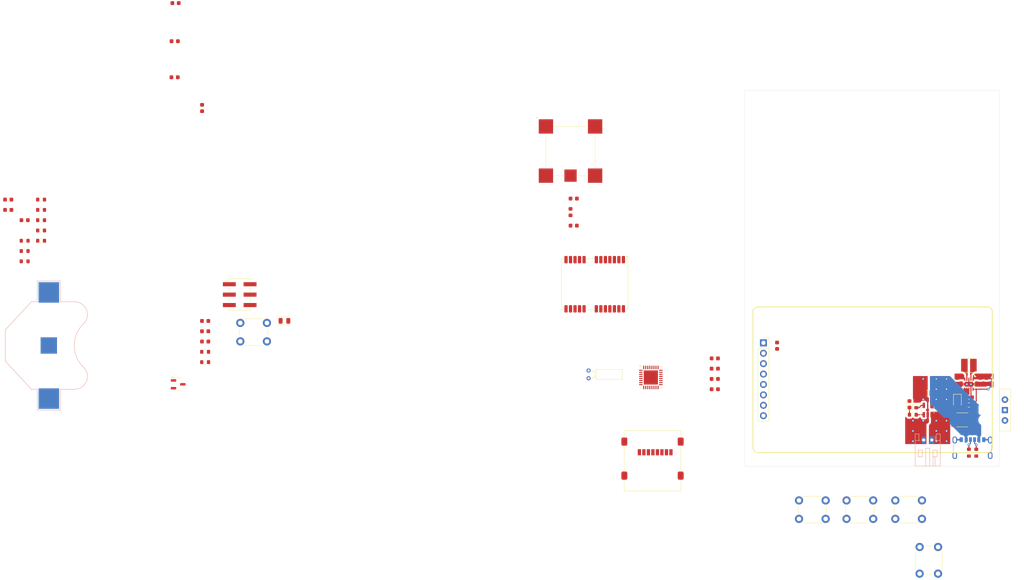
<source format=kicad_pcb>
(kicad_pcb (version 20240108) (generator "pcbnew") (generator_version "8.0")
  (title_block (title "Golf GPS") (date "2025-06-26") (rev "0") (company "B. Kuhn"))
  (layers (0 "F.Cu" signal) (1 "In1.Cu" signal) (2 "In2.Cu" signal) (31 "B.Cu" signal) (34 "B.Paste" user) (35 "F.Paste" user) (36 "B.SilkS" user "B.Silkscreen") (37 "F.SilkS" user "F.Silkscreen") (38 "B.Mask" user) (39 "F.Mask" user) (44 "Edge.Cuts" user))
  (net 0 "")
  (net 1 "Net-(AE1-A)")
  (net 2 "Net-(BT1-+)")
  (net 3 "GND")
  (net 4 "VBAT")
  (net 5 "/Power/V_USB")
  (net 6 "+3V3")
  (net 7 "Net-(SW1-A)")
  (net 8 "Net-(U2-EN)")
  (net 9 "/Microcontroller/NRST")
  (net 10 "Net-(U3-PC14)")
  (net 11 "Net-(U3-PC15)")
  (net 12 "Net-(U4-RF_IN)")
  (net 13 "/Microcontroller/BOOT")
  (net 14 "/Microcontroller/BTN_1")
  (net 15 "/Microcontroller/BTN_2")
  (net 16 "/Microcontroller/BTN_3")
  (net 17 "V_BCKP")
  (net 18 "Net-(D3-A)")
  (net 19 "Net-(D4-A)")
  (net 20 "Net-(SW1-B)")
  (net 21 "Net-(U4-VCC_RF)")
  (net 22 "Net-(J1-CC2)")
  (net 23 "Net-(J1-CC1)")
  (net 24 "/Microcontroller/SWCLK")
  (net 25 "/Microcontroller/SWDIO")
  (net 27 "/Microcontroller/SPI_MISO")
  (net 29 "/Microcontroller/SD_CS")
  (net 30 "/Microcontroller/SPI_SCK")
  (net 31 "/Microcontroller/SPI_MOSI")
  (net 32 "/Microcontroller/LCD_DC")
  (net 33 "/Microcontroller/LCD_CS")
  (net 34 "Net-(U2-L2)")
  (net 35 "Net-(U2-L1)")
  (net 36 "Net-(U1-STAT)")
  (net 37 "Net-(U1-PROG)")
  (net 38 "Net-(U3-PB3)")
  (net 39 "Net-(U4-~{RESET})")
  (net 45 "/Microcontroller/GPS_PPS")
  (net 46 "/Microcontroller/GPS_TX")
  (net 48 "/Microcontroller/GPS_RX")
  (net 62 "Net-(D2-K)")
  (footprint "Capacitor_SMD:C_0603_1608Metric" (layer "F.Cu") (at 66.145 98.97)
    (property "Reference" "C12" (hide yes))
    (property "Value" "TBD")
    (pad "1" smd roundrect (at -0.775 0) (size 0.9 0.95) (layers "F.Cu" "F.Paste" "F.Mask") (net 10 "Net-(U3-PC14)"))
    (pad "2" smd roundrect (at 0.775 0) (size 0.9 0.95) (layers "F.Cu" "F.Paste" "F.Mask") (net 3 "GND"))
  )
  (footprint "Button_Switch_THT:SW_PUSH_6mm_H4.3mm" (layer "F.Cu") (at 244.98 151.615 -90)
    (property "Reference" "SW3" (hide yes))
    (property "Value" "BOOT")
    (pad "1" thru_hole circle (at 0 0) (size 2 2) (drill 1.1) (layers "*.Cu" "*.Mask") (net 13 "/Microcontroller/BOOT"))
    (pad "1" thru_hole circle (at 6.5 0) (size 2 2) (drill 1.1) (layers "*.Cu" "*.Mask") (net 13 "/Microcontroller/BOOT"))
    (pad "2" thru_hole circle (at 0 4.5) (size 2 2) (drill 1.1) (layers "*.Cu" "*.Mask") (net 3 "GND"))
    (pad "2" thru_hole circle (at 6.5 4.5) (size 2 2) (drill 1.1) (layers "*.Cu" "*.Mask") (net 3 "GND"))
  )
  (footprint "Button_Switch_THT:SW_PUSH_6mm_H4.3mm" (layer "F.Cu") (at 222.65 140.25)
    (property "Reference" "SW5" (hide yes))
    (property "Value" "BTN_2")
    (pad "1" thru_hole circle (at 0 0 90) (size 2 2) (drill 1.1) (layers "*.Cu" "*.Mask") (net 15 "/Microcontroller/BTN_2"))
    (pad "1" thru_hole circle (at 6.5 0 90) (size 2 2) (drill 1.1) (layers "*.Cu" "*.Mask") (net 15 "/Microcontroller/BTN_2"))
    (pad "2" thru_hole circle (at 0 4.5 90) (size 2 2) (drill 1.1) (layers "*.Cu" "*.Mask") (net 3 "GND"))
    (pad "2" thru_hole circle (at 6.5 4.5 90) (size 2 2) (drill 1.1) (layers "*.Cu" "*.Mask") (net 3 "GND"))
  )
  (footprint "Capacitor_SMD:C_0603_1608Metric" (layer "F.Cu") (at 252.5 115.1 180)
    (property "Reference" "C6" (hide yes))
    (property "Value" "100n")
    (pad "1" smd roundrect (at -0.775 0 180) (size 0.9 0.95) (layers "F.Cu" "F.Paste" "F.Mask") (net 3 "GND"))
    (pad "2" smd roundrect (at 0.775 0 180) (size 0.9 0.95) (layers "F.Cu" "F.Paste" "F.Mask") (net 8 "Net-(U2-EN)"))
  )
  (footprint "Capacitor_SMD:C_0805_2012Metric" (layer "F.Cu") (at 242.45 122.3 180)
    (property "Reference" "C2" (hide yes))
    (property "Value" "10u")
    (pad "1" smd roundrect (at -0.95 0 180) (size 1 1.45) (layers "F.Cu" "F.Paste" "F.Mask") (net 4 "VBAT"))
    (pad "2" smd roundrect (at 0.95 0 180) (size 1 1.45) (layers "F.Cu" "F.Paste" "F.Mask") (net 3 "GND"))
  )
  (footprint "Button_Switch_THT:SW_PUSH_6mm_H4.3mm" (layer "F.Cu") (at 211.05 140.25)
    (property "Reference" "SW4" (hide yes))
    (property "Value" "BTN_1")
    (pad "1" thru_hole circle (at 0 0 90) (size 2 2) (drill 1.1) (layers "*.Cu" "*.Mask") (net 14 "/Microcontroller/BTN_1"))
    (pad "1" thru_hole circle (at 6.5 0 90) (size 2 2) (drill 1.1) (layers "*.Cu" "*.Mask") (net 14 "/Microcontroller/BTN_1"))
    (pad "2" thru_hole circle (at 0 4.5 90) (size 2 2) (drill 1.1) (layers "*.Cu" "*.Mask") (net 3 "GND"))
    (pad "2" thru_hole circle (at 6.5 4.5 90) (size 2 2) (drill 1.1) (layers "*.Cu" "*.Mask") (net 3 "GND"))
  )
  (footprint "Resistor_SMD:R_0603_1608Metric" (layer "F.Cu") (at 22.105 81.91)
    (property "Reference" "R10" (hide yes))
    (property "Value" "10k")
    (pad "1" smd roundrect (at -0.825 0) (size 0.8 0.95) (layers "F.Cu" "F.Paste" "F.Mask") (net 6 "+3V3"))
    (pad "2" smd roundrect (at 0.825 0) (size 0.8 0.95) (layers "F.Cu" "F.Paste" "F.Mask") (net 27 "/Microcontroller/SPI_MISO"))
  )
  (footprint "Package_DFN_QFN:QFN-32-1EP_5x5mm_P0.5mm_EP3.45x3.45mm" (layer "F.Cu") (at 174.9 110.25)
    (property "Reference" "U3" (hide yes))
    (property "Value" "STM32L432KCU6")
    (pad "1" smd roundrect (at -2.4375 -1.75) (size 0.875 0.25) (layers "F.Cu" "F.Paste" "F.Mask") (net 6 "+3V3"))
    (pad "2" smd roundrect (at -2.4375 -1.25) (size 0.875 0.25) (layers "F.Cu" "F.Paste" "F.Mask") (net 10 "Net-(U3-PC14)"))
    (pad "3" smd roundrect (at -2.4375 -0.75) (size 0.875 0.25) (layers "F.Cu" "F.Paste" "F.Mask") (net 11 "Net-(U3-PC15)"))
    (pad "4" smd roundrect (at -2.4375 -0.25) (size 0.875 0.25) (layers "F.Cu" "F.Paste" "F.Mask") (net 9 "/Microcontroller/NRST"))
    (pad "5" smd roundrect (at -2.4375 0.25) (size 0.875 0.25) (layers "F.Cu" "F.Paste" "F.Mask") (net 6 "+3V3"))
    (pad "6" smd roundrect (at -2.4375 0.75) (size 0.875 0.25) (layers "F.Cu" "F.Paste" "F.Mask") (net 14 "/Microcontroller/BTN_1"))
    (pad "7" smd roundrect (at -2.4375 1.25) (size 0.875 0.25) (layers "F.Cu" "F.Paste" "F.Mask") (net 15 "/Microcontroller/BTN_2"))
    (pad "8" smd roundrect (at -2.4375 1.75) (size 0.875 0.25) (layers "F.Cu" "F.Paste" "F.Mask"))
    (pad "9" smd roundrect (at -1.75 2.4375) (size 0.25 0.875) (layers "F.Cu" "F.Paste" "F.Mask") (net 16 "/Microcontroller/BTN_3"))
    (pad "10" smd roundrect (at -1.25 2.4375) (size 0.25 0.875) (layers "F.Cu" "F.Paste" "F.Mask") (net 45 "/Microcontroller/GPS_PPS"))
    (pad "11" smd roundrect (at -0.75 2.4375) (size 0.25 0.875) (layers "F.Cu" "F.Paste" "F.Mask") (net 30 "/Microcontroller/SPI_SCK"))
    (pad "12" smd roundrect (at -0.25 2.4375) (size 0.25 0.875) (layers "F.Cu" "F.Paste" "F.Mask") (net 27 "/Microcontroller/SPI_MISO"))
    (pad "13" smd roundrect (at 0.25 2.4375) (size 0.25 0.875) (layers "F.Cu" "F.Paste" "F.Mask") (net 31 "/Microcontroller/SPI_MOSI"))
    (pad "14" smd roundrect (at 0.75 2.4375) (size 0.25 0.875) (layers "F.Cu" "F.Paste" "F.Mask"))
    (pad "15" smd roundrect (at 1.25 2.4375) (size 0.25 0.875) (layers "F.Cu" "F.Paste" "F.Mask") (net 32 "/Microcontroller/LCD_DC"))
    (pad "16" smd roundrect (at 1.75 2.4375) (size 0.25 0.875) (layers "F.Cu" "F.Paste" "F.Mask") (net 3 "GND"))
    (pad "17" smd roundrect (at 2.4375 1.75) (size 0.875 0.25) (layers "F.Cu" "F.Paste" "F.Mask") (net 6 "+3V3"))
    (pad "18" smd roundrect (at 2.4375 1.25) (size 0.875 0.25) (layers "F.Cu" "F.Paste" "F.Mask") (net 29 "/Microcontroller/SD_CS"))
    (pad "19" smd roundrect (at 2.4375 0.75) (size 0.875 0.25) (layers "F.Cu" "F.Paste" "F.Mask") (net 48 "/Microcontroller/GPS_RX"))
    (pad "20" smd roundrect (at 2.4375 0.25) (size 0.875 0.25) (layers "F.Cu" "F.Paste" "F.Mask") (net 46 "/Microcontroller/GPS_TX"))
    (pad "21" smd roundrect (at 2.4375 -0.25) (size 0.875 0.25) (layers "F.Cu" "F.Paste" "F.Mask") (net 33 "/Microcontroller/LCD_CS"))
    (pad "22" smd roundrect (at 2.4375 -0.75) (size 0.875 0.25) (layers "F.Cu" "F.Paste" "F.Mask"))
    (pad "23" smd roundrect (at 2.4375 -1.25) (size 0.875 0.25) (layers "F.Cu" "F.Paste" "F.Mask") (net 25 "/Microcontroller/SWDIO"))
    (pad "24" smd roundrect (at 2.4375 -1.75) (size 0.875 0.25) (layers "F.Cu" "F.Paste" "F.Mask") (net 24 "/Microcontroller/SWCLK"))
    (pad "25" smd roundrect (at 1.75 -2.4375) (size 0.25 0.875) (layers "F.Cu" "F.Paste" "F.Mask"))
    (pad "26" smd roundrect (at 1.25 -2.4375) (size 0.25 0.875) (layers "F.Cu" "F.Paste" "F.Mask") (net 38 "Net-(U3-PB3)"))
    (pad "27" smd roundrect (at 0.75 -2.4375) (size 0.25 0.875) (layers "F.Cu" "F.Paste" "F.Mask"))
    (pad "28" smd roundrect (at 0.25 -2.4375) (size 0.25 0.875) (layers "F.Cu" "F.Paste" "F.Mask"))
    (pad "29" smd roundrect (at -0.25 -2.4375) (size 0.25 0.875) (layers "F.Cu" "F.Paste" "F.Mask"))
    (pad "30" smd roundrect (at -0.75 -2.4375) (size 0.25 0.875) (layers "F.Cu" "F.Paste" "F.Mask"))
    (pad "31" smd roundrect (at -1.25 -2.4375) (size 0.25 0.875) (layers "F.Cu" "F.Paste" "F.Mask") (net 13 "/Microcontroller/BOOT"))
    (pad "32" smd roundrect (at -1.75 -2.4375) (size 0.25 0.875) (layers "F.Cu" "F.Paste" "F.Mask") (net 3 "GND"))
    (pad "33" smd rect (at 0 0) (size 3.45 3.45) (property pad_prop_heatsink) (layers "F.Cu" "F.Mask") (net 3 "GND"))
  )
  (footprint "Inductor_SMD:L_0603_1608Metric" (layer "F.Cu") (at 22.105 71.87)
    (property "Reference" "FB1" (hide yes))
    (property "Value" "TBD")
    (pad "1" smd roundrect (at -0.7875 0) (size 0.875 0.95) (layers "F.Cu" "F.Paste" "F.Mask") (net 21 "Net-(U4-VCC_RF)"))
    (pad "2" smd roundrect (at 0.7875 0) (size 0.875 0.95) (layers "F.Cu" "F.Paste" "F.Mask") (net 6 "+3V3"))
  )
  (footprint "Capacitor_SMD:C_0603_1608Metric" (layer "F.Cu") (at 66.145 96.46)
    (property "Reference" "C11" (hide yes))
    (property "Value" "100n")
    (pad "1" smd roundrect (at -0.775 0) (size 0.9 0.95) (layers "F.Cu" "F.Paste" "F.Mask") (net 3 "GND"))
    (pad "2" smd roundrect (at 0.775 0) (size 0.9 0.95) (layers "F.Cu" "F.Paste" "F.Mask") (net 9 "/Microcontroller/NRST"))
  )
  (footprint "Resistor_SMD:R_0603_1608Metric" (layer "F.Cu") (at 66.145 103.99)
    (property "Reference" "R6" (hide yes))
    (property "Value" "10k")
    (pad "1" smd roundrect (at -0.825 0) (size 0.8 0.95) (layers "F.Cu" "F.Paste" "F.Mask") (net 6 "+3V3"))
    (pad "2" smd roundrect (at 0.825 0) (size 0.8 0.95) (layers "F.Cu" "F.Paste" "F.Mask") (net 9 "/Microcontroller/NRST"))
  )
  (footprint "Inductor_SMD:L_Coilcraft_LPS3010" (layer "F.Cu") (at 252.5 107.3 180)
    (property "Reference" "L1" (hide yes))
    (property "Value" "1u5")
    (pad "1" smd custom (at -1.27 0 180) (size 0.76 2.54) (layers "F.Cu" "F.Paste" "F.Mask") (net 34 "Net-(U2-L2)") (options (clearance outline) (anchor rect)) (primitives (gr_poly (pts (xy 0.76 -0.825) (xy 0.38 -0.51) (xy 0.38 0.51) (xy 0.76 0.825) (xy 0.76 1.525) (xy -0.125 1.525) (xy -0.38 1.27) (xy -0.38 -1.27) (xy -0.125 -1.525) (xy 0.76 -1.525)) (width 0) (fill yes))))
    (pad "2" smd custom (at 1.27 0) (size 0.76 2.54) (layers "F.Cu" "F.Paste" "F.Mask") (net 35 "Net-(U2-L1)") (options (clearance outline) (anchor rect)) (primitives (gr_poly (pts (xy 0.76 -0.825) (xy 0.38 -0.51) (xy 0.38 0.51) (xy 0.76 0.825) (xy 0.76 1.525) (xy -0.125 1.525) (xy -0.38 1.27) (xy -0.38 -1.27) (xy -0.125 -1.525) (xy 0.76 -1.525)) (width 0) (fill yes))))
  )
  (footprint "LED_SMD:LED_0805_2012Metric" (layer "F.Cu") (at 249.7 116.0375 -90)
    (property "Reference" "D3" (hide yes))
    (property "Value" "LED_PWR")
    (pad "1" smd roundrect (at -0.9375 0 270) (size 0.975 1.4) (layers "F.Cu" "F.Paste" "F.Mask") (net 3 "GND"))
    (pad "2" smd roundrect (at 0.9375 0 270) (size 0.975 1.4) (layers "F.Cu" "F.Paste" "F.Mask") (net 18 "Net-(D3-A)"))
  )
  (footprint "Capacitor_SMD:C_0603_1608Metric" (layer "F.Cu") (at 256.8 111.125 -90)
    (property "Reference" "C3" (hide yes))
    (property "Value" "10u")
    (pad "1" smd roundrect (at -0.775 0 270) (size 0.9 0.95) (layers "F.Cu" "F.Paste" "F.Mask") (net 6 "+3V3"))
    (pad "2" smd roundrect (at 0.775 0 270) (size 0.9 0.95) (layers "F.Cu" "F.Paste" "F.Mask") (net 3 "GND"))
  )
  (footprint "Capacitor_SMD:C_0603_1608Metric" (layer "F.Cu") (at 190.5 113.12)
    (property "Reference" "C10" (hide yes))
    (property "Value" "100n")
    (pad "1" smd roundrect (at -0.775 0) (size 0.9 0.95) (layers "F.Cu" "F.Paste" "F.Mask") (net 6 "+3V3"))
    (pad "2" smd roundrect (at 0.775 0) (size 0.9 0.95) (layers "F.Cu" "F.Paste" "F.Mask") (net 3 "GND"))
  )
  (footprint "Capacitor_SMD:C_0603_1608Metric" (layer "F.Cu") (at 66.145 101.48)
    (property "Reference" "C13" (hide yes))
    (property "Value" "TBD")
    (pad "1" smd roundrect (at -0.775 0) (size 0.9 0.95) (layers "F.Cu" "F.Paste" "F.Mask") (net 11 "Net-(U3-PC15)"))
    (pad "2" smd roundrect (at 0.775 0) (size 0.9 0.95) (layers "F.Cu" "F.Paste" "F.Mask") (net 3 "GND"))
  )
  (footprint "Capacitor_SMD:C_0603_1608Metric" (layer "F.Cu") (at 18.095 66.85)
    (property "Reference" "C14" (hide yes))
    (property "Value" "100n")
    (pad "1" smd roundrect (at -0.775 0) (size 0.9 0.95) (layers "F.Cu" "F.Paste" "F.Mask") (net 6 "+3V3"))
    (pad "2" smd roundrect (at 0.775 0) (size 0.9 0.95) (layers "F.Cu" "F.Paste" "F.Mask") (net 3 "GND"))
  )
  (footprint "Connector_PinSocket_2.54mm:PinSocket_1x08_P2.54mm_Vertical" (layer "F.Cu") (at 202.37 101.8)
    (property "Reference" "J4" (hide yes))
    (property "Value" "~")
    (pad "1" thru_hole rect (at 0 0) (size 1.7 1.7) (drill 1) (layers "*.Cu" "*.Mask") (net 6 "+3V3"))
    (pad "2" thru_hole oval (at 0 2.54) (size 1.7 1.7) (drill 1) (layers "*.Cu" "*.Mask") (net 33 "/Microcontroller/LCD_CS"))
    (pad "3" thru_hole oval (at 0 5.08) (size 1.7 1.7) (drill 1) (layers "*.Cu" "*.Mask") (net 32 "/Microcontroller/LCD_DC"))
    (pad "4" thru_hole oval (at 0 7.62) (size 1.7 1.7) (drill 1) (layers "*.Cu" "*.Mask") (net 6 "+3V3"))
    (pad "5" thru_hole oval (at 0 10.16) (size 1.7 1.7) (drill 1) (layers "*.Cu" "*.Mask") (net 31 "/Microcontroller/SPI_MOSI"))
    (pad "6" thru_hole oval (at 0 12.7) (size 1.7 1.7) (drill 1) (layers "*.Cu" "*.Mask") (net 30 "/Microcontroller/SPI_SCK"))
    (pad "7" thru_hole oval (at 0 15.24) (size 1.7 1.7) (drill 1) (layers "*.Cu" "*.Mask") (net 6 "+3V3"))
    (pad "8" thru_hole oval (at 0 17.78) (size 1.7 1.7) (drill 1) (layers "*.Cu" "*.Mask") (net 3 "GND"))
  )
  (footprint "Package_SON:WSON-10-1EP_2.5x2.5mm_P0.5mm_EP1.2x2mm" (layer "F.Cu") (at 252.5 111.9 -90)
    (property "Reference" "U2" (hide yes))
    (property "Value" "TPS63031DSKR")
    (pad "1" smd roundrect (at -1.2125 -1 270) (size 0.825 0.25) (layers "F.Cu" "F.Paste" "F.Mask") (net 6 "+3V3"))
    (pad "2" smd roundrect (at -1.2125 -0.5 270) (size 0.825 0.25) (layers "F.Cu" "F.Paste" "F.Mask") (net 34 "Net-(U2-L2)"))
    (pad "3" smd roundrect (at -1.2125 0 270) (size 0.825 0.25) (layers "F.Cu" "F.Paste" "F.Mask") (net 3 "GND"))
    (pad "4" smd roundrect (at -1.2125 0.5 270) (size 0.825 0.25) (layers "F.Cu" "F.Paste" "F.Mask") (net 35 "Net-(U2-L1)"))
    (pad "5" smd roundrect (at -1.2125 1 270) (size 0.825 0.25) (layers "F.Cu" "F.Paste" "F.Mask") (net 7 "Net-(SW1-A)"))
    (pad "6" smd roundrect (at 1.2125 1 270) (size 0.825 0.25) (layers "F.Cu" "F.Paste" "F.Mask") (net 8 "Net-(U2-EN)"))
    (pad "7" smd roundrect (at 1.2125 0.5 270) (size 0.825 0.25) (layers "F.Cu" "F.Paste" "F.Mask") (net 8 "Net-(U2-EN)"))
    (pad "8" smd roundrect (at 1.2125 0 270) (size 0.825 0.25) (layers "F.Cu" "F.Paste" "F.Mask") (net 8 "Net-(U2-EN)"))
    (pad "9" smd roundrect (at 1.2125 -0.5 270) (size 0.825 0.25) (layers "F.Cu" "F.Paste" "F.Mask") (net 3 "GND"))
    (pad "10" smd roundrect (at 1.2125 -1 270) (size 0.825 0.25) (layers "F.Cu" "F.Paste" "F.Mask") (net 6 "+3V3"))
    (pad "11" smd rect (at 0 0 270) (size 1.2 2) (property pad_prop_heatsink) (layers "F.Cu" "F.Mask") (net 3 "GND"))
  )
  (footprint "Capacitor_SMD:C_0603_1608Metric" (layer "F.Cu") (at 156.075 73.2)
    (property "Reference" "C16" (hide yes))
    (property "Value" "TBD")
    (pad "1" smd roundrect (at -0.775 0) (size 0.9 0.95) (layers "F.Cu" "F.Paste" "F.Mask") (net 12 "Net-(U4-RF_IN)"))
    (pad "2" smd roundrect (at 0.775 0) (size 0.9 0.95) (layers "F.Cu" "F.Paste" "F.Mask") (net 3 "GND"))
  )
  (footprint "Resistor_SMD:R_0603_1608Metric" (layer "F.Cu") (at 26.115 74.38)
    (property "Reference" "R14" (hide yes))
    (property "Value" "10k")
    (pad "1" smd roundrect (at -0.825 0) (size 0.8 0.95) (layers "F.Cu" "F.Paste" "F.Mask") (net 15 "/Microcontroller/BTN_2"))
    (pad "2" smd roundrect (at 0.825 0) (size 0.8 0.95) (layers "F.Cu" "F.Paste" "F.Mask") (net 6 "+3V3"))
  )
  (footprint "Crystal:Crystal_DS26_D2.0mm_L6.0mm_Horizontal" (layer "F.Cu") (at 159.7 110.45 90)
    (property "Reference" "Y1" (hide yes))
    (property "Value" "32.768kHz")
    (pad "1" thru_hole circle (at 0 0 90) (size 1 1) (drill 0.5) (layers "*.Cu" "*.Mask") (net 11 "Net-(U3-PC15)"))
    (pad "2" thru_hole circle (at 1.9 0 90) (size 1 1) (drill 0.5) (layers "*.Cu" "*.Mask") (net 10 "Net-(U3-PC14)"))
  )
  (footprint "Resistor_SMD:R_0603_1608Metric" (layer "F.Cu") (at 26.115 66.85)
    (property "Reference" "R11" (hide yes))
    (property "Value" "10k")
    (pad "1" smd roundrect (at -0.825 0) (size 0.8 0.95) (layers "F.Cu" "F.Paste" "F.Mask") (net 39 "Net-(U4-~{RESET})"))
    (pad "2" smd roundrect (at 0.825 0) (size 0.8 0.95) (layers "F.Cu" "F.Paste" "F.Mask") (net 6 "+3V3"))
  )
  (footprint "Resistor_SMD:R_0603_1608Metric" (layer "F.Cu") (at 22.105 79.4)
    (property "Reference" "R9" (hide yes))
    (property "Value" "10k")
    (pad "1" smd roundrect (at -0.825 0) (size 0.8 0.95) (layers "F.Cu" "F.Paste" "F.Mask") (net 6 "+3V3"))
    (pad "2" smd roundrect (at 0.825 0) (size 0.8 0.95) (layers "F.Cu" "F.Paste" "F.Mask") (net 31 "/Microcontroller/SPI_MOSI"))
  )
  (footprint "Library:ANT_GNSSCP-SM12L1_SMD" (layer "F.Cu") (at 155.3 55 90)
    (property "Reference" "AE1" (hide yes))
    (property "Value" "Antenna")
    (pad "1" smd rect (at -6 0 90) (size 3 3) (layers "F.Cu" "F.Paste" "F.Mask") (net 1 "Net-(AE1-A)"))
    (pad "MP" smd rect (at -6 -6 90) (size 3.5 3.5) (layers "F.Cu" "F.Paste" "F.Mask"))
    (pad "MP" smd rect (at -6 6 90) (size 3.5 3.5) (layers "F.Cu" "F.Paste" "F.Mask"))
    (pad "MP" smd rect (at 6 -6 90) (size 3.5 3.5) (layers "F.Cu" "F.Paste" "F.Mask"))
    (pad "MP" smd rect (at 6 6 90) (size 3.5 3.5) (layers "F.Cu" "F.Paste" "F.Mask"))
  )
  (footprint "RF_GPS:ublox_NEO" (layer "F.Cu") (at 161.2 87.5 -90)
    (property "Reference" "U4" (hide yes))
    (property "Value" "NEO-M9N")
    (pad "1" smd roundrect (at -6 -7 270) (size 1.8 0.8) (layers "F.Cu" "F.Paste" "F.Mask") (net 3 "GND"))
    (pad "2" smd roundrect (at -6 -5.9 270) (size 1.8 0.8) (layers "F.Cu" "F.Paste" "F.Mask") (net 3 "GND"))
    (pad "3" smd roundrect (at -6 -4.8 270) (size 1.8 0.8) (layers "F.Cu" "F.Paste" "F.Mask") (net 45 "/Microcontroller/GPS_PPS"))
    (pad "4" smd roundrect (at -6 -3.7 270) (size 1.8 0.8) (layers "F.Cu" "F.Paste" "F.Mask"))
    (pad "5" smd roundrect (at -6 -2.6 270) (size 1.8 0.8) (layers "F.Cu" "F.Paste" "F.Mask"))
    (pad "6" smd roundrect (at -6 -1.5 270) (size 1.8 0.8) (layers "F.Cu" "F.Paste" "F.Mask"))
    (pad "7" smd roundrect (at -6 -0.4 270) (size 1.8 0.8) (layers "F.Cu" "F.Paste" "F.Mask"))
    (pad "8" smd roundrect (at -6 2.6 270) (size 1.8 0.8) (layers "F.Cu" "F.Paste" "F.Mask") (net 39 "Net-(U4-~{RESET})"))
    (pad "9" smd roundrect (at -6 3.7 270) (size 1.8 0.8) (layers "F.Cu" "F.Paste" "F.Mask") (net 21 "Net-(U4-VCC_RF)"))
    (pad "10" smd roundrect (at -6 4.8 270) (size 1.8 0.8) (layers "F.Cu" "F.Paste" "F.Mask") (net 3 "GND"))
    (pad "11" smd roundrect (at -6 5.9 270) (size 1.8 0.8) (layers "F.Cu" "F.Paste" "F.Mask") (net 12 "Net-(U4-RF_IN)"))
    (pad "12" smd roundrect (at -6 7 270) (size 1.8 0.8) (layers "F.Cu" "F.Paste" "F.Mask") (net 3 "GND"))
    (pad "13" smd roundrect (at 6 7 270) (size 1.8 0.8) (layers "F.Cu" "F.Paste" "F.Mask") (net 3 "GND"))
    (pad "14" smd roundrect (at 6 5.9 270) (size 1.8 0.8) (layers "F.Cu" "F.Paste" "F.Mask"))
    (pad "15" smd roundrect (at 6 4.8 270) (size 1.8 0.8) (layers "F.Cu" "F.Paste" "F.Mask"))
    (pad "16" smd roundrect (at 6 3.7 270) (size 1.8 0.8) (layers "F.Cu" "F.Paste" "F.Mask"))
    (pad "17" smd roundrect (at 6 2.6 270) (size 1.8 0.8) (layers "F.Cu" "F.Paste" "F.Mask"))
    (pad "18" smd roundrect (at 6 -0.4 270) (size 1.8 0.8) (layers "F.Cu" "F.Paste" "F.Mask"))
    (pad "19" smd roundrect (at 6 -1.5 270) (size 1.8 0.8) (layers "F.Cu" "F.Paste" "F.Mask"))
    (pad "20" smd roundrect (at 6 -2.6 270) (size 1.8 0.8) (layers "F.Cu" "F.Paste" "F.Mask") (net 48 "/Microcontroller/GPS_RX"))
    (pad "21" smd roundrect (at 6 -3.7 270) (size 1.8 0.8) (layers "F.Cu" "F.Paste" "F.Mask") (net 46 "/Microcontroller/GPS_TX"))
    (pad "22" smd roundrect (at 6 -4.8 270) (size 1.8 0.8) (layers "F.Cu" "F.Paste" "F.Mask") (net 17 "V_BCKP"))
    (pad "23" smd roundrect (at 6 -5.9 270) (size 1.8 0.8) (layers "F.Cu" "F.Paste" "F.Mask") (net 6 "+3V3"))
    (pad "24" smd roundrect (at 6 -7 270) (size 1.8 0.8) (layers "F.Cu" "F.Paste" "F.Mask") (net 3 "GND"))
  )
  (footprint "Resistor_SMD:R_0603_1608Metric" (layer "F.Cu") (at 66.145 106.5)
    (property "Reference" "R7" (hide yes))
    (property "Value" "330R")
    (pad "1" smd roundrect (at -0.825 0) (size 0.8 0.95) (layers "F.Cu" "F.Paste" "F.Mask") (net 38 "Net-(U3-PB3)"))
    (pad "2" smd roundrect (at 0.825 0) (size 0.8 0.95) (layers "F.Cu" "F.Paste" "F.Mask") (net 19 "Net-(D4-A)"))
  )
  (footprint "Resistor_SMD:R_0603_1608Metric" (layer "F.Cu") (at 252.5 128.6 -90)
    (property "Reference" "R3" (hide yes))
    (property "Value" "5k1")
    (pad "1" smd roundrect (at -0.825 0 270) (size 0.8 0.95) (layers "F.Cu" "F.Paste" "F.Mask") (net 22 "Net-(J1-CC2)"))
    (pad "2" smd roundrect (at 0.825 0 270) (size 0.8 0.95) (layers "F.Cu" "F.Paste" "F.Mask") (net 3 "GND"))
  )
  (footprint "Capacitor_SMD:C_0603_1608Metric" (layer "F.Cu") (at 58.925 18.9)
    (property "Reference" "C18" (hide yes))
    (property "Value" "100n")
    (pad "1" smd roundrect (at -0.775 0) (size 0.9 0.95) (layers "F.Cu" "F.Paste" "F.Mask") (net 3 "GND"))
    (pad "2" smd roundrect (at 0.775 0) (size 0.9 0.95) (layers "F.Cu" "F.Paste" "F.Mask") (net 13 "/Microcontroller/BOOT"))
  )
  (footprint "Capacitor_SMD:C_0603_1608Metric" (layer "F.Cu") (at 205.7 102.5 -90)
    (property "Reference" "C22" (hide yes))
    (property "Value" "100n")
    (pad "1" smd roundrect (at -0.775 0 270) (size 0.9 0.95) (layers "F.Cu" "F.Paste" "F.Mask") (net 6 "+3V3"))
    (pad "2" smd roundrect (at 0.775 0 270) (size 0.9 0.95) (layers "F.Cu" "F.Paste" "F.Mask") (net 3 "GND"))
  )
  (footprint "Capacitor_SMD:C_0603_1608Metric" (layer "F.Cu") (at 190.5 105.59)
    (property "Reference" "C7" (hide yes))
    (property "Value" "2u2")
    (pad "1" smd roundrect (at -0.775 0) (size 0.9 0.95) (layers "F.Cu" "F.Paste" "F.Mask") (net 6 "+3V3"))
    (pad "2" smd roundrect (at 0.775 0) (size 0.9 0.95) (layers "F.Cu" "F.Paste" "F.Mask") (net 3 "GND"))
  )
  (footprint "Capacitor_SMD:C_0603_1608Metric" (layer "F.Cu") (at 190.5 110.61)
    (property "Reference" "C9" (hide yes))
    (property "Value" "100n")
    (pad "1" smd roundrect (at -0.775 0) (size 0.9 0.95) (layers "F.Cu" "F.Paste" "F.Mask") (net 6 "+3V3"))
    (pad "2" smd roundrect (at 0.775 0) (size 0.9 0.95) (layers "F.Cu" "F.Paste" "F.Mask") (net 3 "GND"))
  )
  (footprint "Capacitor_SMD:C_0603_1608Metric" (layer "F.Cu") (at 190.5 108.1)
    (property "Reference" "C8" (hide yes))
    (property "Value" "100n")
    (pad "1" smd roundrect (at -0.775 0) (size 0.9 0.95) (layers "F.Cu" "F.Paste" "F.Mask") (net 6 "+3V3"))
    (pad "2" smd roundrect (at 0.775 0) (size 0.9 0.95) (layers "F.Cu" "F.Paste" "F.Mask") (net 3 "GND"))
  )
  (footprint "Resistor_SMD:R_0603_1608Metric" (layer "F.Cu") (at 26.115 69.36)
    (property "Reference" "R12" (hide yes))
    (property "Value" "10k")
    (pad "1" smd roundrect (at -0.825 0) (size 0.8 0.95) (layers "F.Cu" "F.Paste" "F.Mask") (net 6 "+3V3"))
    (pad "2" smd roundrect (at 0.825 0) (size 0.8 0.95) (layers "F.Cu" "F.Paste" "F.Mask") (net 13 "/Microcontroller/BOOT"))
  )
  (footprint "Capacitor_SMD:C_0603_1608Metric" (layer "F.Cu") (at 65.4 44.5 90)
    (property "Reference" "C21" (hide yes))
    (property "Value" "100n")
    (pad "1" smd roundrect (at -0.775 0 90) (size 0.9 0.95) (layers "F.Cu" "F.Paste" "F.Mask") (net 3 "GND"))
    (pad "2" smd roundrect (at 0.775 0 90) (size 0.9 0.95) (layers "F.Cu" "F.Paste" "F.Mask") (net 16 "/Microcontroller/BTN_3"))
  )
  (footprint "Inductor_SMD:L_0603_1608Metric" (layer "F.Cu") (at 155.3 69.9 90)
    (property "Reference" "L2" (hide yes))
    (property "Value" "TBD")
    (pad "1" smd roundrect (at -0.7875 0 90) (size 0.875 0.95) (layers "F.Cu" "F.Paste" "F.Mask") (net 12 "Net-(U4-RF_IN)"))
    (pad "2" smd roundrect (at 0.7875 0 90) (size 0.875 0.95) (layers "F.Cu" "F.Paste" "F.Mask") (net 1 "Net-(AE1-A)"))
  )
  (footprint "Connector_Card:microSD_HC_Molex_47219-2001" (layer "F.Cu") (at 175.305 130.6)
    (property "Reference" "J3" (hide yes))
    (property "Value" "Micro_SD_Card")
    (pad "1" smd rect (at -3.205 -2.1) (size 0.8 1.5) (layers "F.Cu" "F.Paste" "F.Mask"))
    (pad "2" smd rect (at -2.105 -2.1) (size 0.8 1.5) (layers "F.Cu" "F.Paste" "F.Mask") (net 29 "/Microcontroller/SD_CS"))
    (pad "3" smd rect (at -1.005 -2.1) (size 0.8 1.5) (layers "F.Cu" "F.Paste" "F.Mask") (net 31 "/Microcontroller/SPI_MOSI"))
    (pad "4" smd rect (at 0.095 -2.1) (size 0.8 1.5) (layers "F.Cu" "F.Paste" "F.Mask") (net 6 "+3V3"))
    (pad "5" smd rect (at 1.195 -2.1) (size 0.8 1.5) (layers "F.Cu" "F.Paste" "F.Mask") (net 30 "/Microcontroller/SPI_SCK"))
    (pad "6" smd rect (at 2.295 -2.1) (size 0.8 1.5) (layers "F.Cu" "F.Paste" "F.Mask") (net 3 "GND"))
    (pad "7" smd rect (at 3.395 -2.1) (size 0.8 1.5) (layers "F.Cu" "F.Paste" "F.Mask") (net 27 "/Microcontroller/SPI_MISO"))
    (pad "8" smd rect (at 4.495 -2.1) (size 0.8 1.5) (layers "F.Cu" "F.Paste" "F.Mask"))
    (pad "9" smd roundrect (at -6.875 -4.7) (size 1.45 2) (layers "F.Cu" "F.Paste" "F.Mask") (net 3 "GND"))
    (pad "9" smd roundrect (at -6.875 3.6) (size 1.45 2) (layers "F.Cu" "F.Paste" "F.Mask") (net 3 "GND"))
    (pad "9" smd roundrect (at 6.875 -4.7) (size 1.45 2) (layers "F.Cu" "F.Paste" "F.Mask") (net 3 "GND"))
    (pad "9" smd roundrect (at 6.875 3.6) (size 1.45 2) (layers "F.Cu" "F.Paste" "F.Mask") (net 3 "GND"))
  )
  (footprint "Package_TO_SOT_SMD:SOT-23-3" (layer "F.Cu") (at 59.565 111.925)
    (property "Reference" "D1" (hide yes))
    (property "Value" "BAT54C")
    (pad "1" smd roundrect (at -1.1375 -0.95) (size 1.325 0.6) (layers "F.Cu" "F.Paste" "F.Mask") (net 6 "+3V3"))
    (pad "2" smd roundrect (at -1.1375 0.95) (size 1.325 0.6) (layers "F.Cu" "F.Paste" "F.Mask") (net 2 "Net-(BT1-+)"))
    (pad "3" smd roundrect (at 1.1375 0) (size 1.325 0.6) (layers "F.Cu" "F.Paste" "F.Mask") (net 17 "V_BCKP"))
  )
  (footprint "Package_TO_SOT_SMD:SOT-23-5" (layer "F.Cu") (at 242.45 118.2 90)
    (property "Reference" "U1" (hide yes))
    (property "Value" "MCP73831-2-OT")
    (pad "1" smd roundrect (at -1.1375 -0.95 90) (size 1.325 0.6) (layers "F.Cu" "F.Paste" "F.Mask") (net 36 "Net-(U1-STAT)"))
    (pad "2" smd roundrect (at -1.1375 0 90) (size 1.325 0.6) (layers "F.Cu" "F.Paste" "F.Mask") (net 3 "GND"))
    (pad "3" smd roundrect (at -1.1375 0.95 90) (size 1.325 0.6) (layers "F.Cu" "F.Paste" "F.Mask") (net 4 "VBAT"))
    (pad "4" smd roundrect (at 1.1375 0.95 90) (size 1.325 0.6) (layers "F.Cu" "F.Paste" "F.Mask") (net 5 "/Power/V_USB"))
    (pad "5" smd roundrect (at 1.1375 -0.95 90) (size 1.325 0.6) (layers "F.Cu" "F.Paste" "F.Mask") (net 37 "Net-(U1-PROG)"))
  )
  (footprint "Capacitor_SMD:C_0603_1608Metric" (layer "F.Cu") (at 58.725 28.2)
    (property "Reference" "C19" (hide yes))
    (property "Value" "100n")
    (pad "1" smd roundrect (at -0.775 0) (size 0.9 0.95) (layers "F.Cu" "F.Paste" "F.Mask") (net 3 "GND"))
    (pad "2" smd roundrect (at 0.775 0) (size 0.9 0.95) (layers "F.Cu" "F.Paste" "F.Mask") (net 14 "/Microcontroller/BTN_1"))
  )
  (footprint "Resistor_SMD:R_0603_1608Metric" (layer "F.Cu") (at 252.5 116.975 180)
    (property "Reference" "R5" (hide yes))
    (property "Value" "330R")
    (pad "1" smd roundrect (at -0.825 0 180) (size 0.8 0.95) (layers "F.Cu" "F.Paste" "F.Mask") (net 6 "+3V3"))
    (pad "2" smd roundrect (at 0.825 0 180) (size 0.8 0.95) (layers "F.Cu" "F.Paste" "F.Mask") (net 18 "Net-(D3-A)"))
  )
  (footprint "Resistor_SMD:R_0603_1608Metric" (layer "F.Cu") (at 22.105 76.89)
    (property "Reference" "R8" (hide yes))
    (property "Value" "10k")
    (pad "1" smd roundrect (at -0.825 0) (size 0.8 0.95) (layers "F.Cu" "F.Paste" "F.Mask") (net 6 "+3V3"))
    (pad "2" smd roundrect (at 0.825 0) (size 0.8 0.95) (layers "F.Cu" "F.Paste" "F.Mask") (net 29 "/Microcontroller/SD_CS"))
  )
  (footprint "Resistor_SMD:R_0603_1608Metric" (layer "F.Cu") (at 26.115 71.87)
    (property "Reference" "R13" (hide yes))
    (property "Value" "10k")
    (pad "1" smd roundrect (at -0.825 0) (size 0.8 0.95) (layers "F.Cu" "F.Paste" "F.Mask") (net 14 "/Microcontroller/BTN_1"))
    (pad "2" smd roundrect (at 0.825 0) (size 0.8 0.95) (layers "F.Cu" "F.Paste" "F.Mask") (net 6 "+3V3"))
  )
  (footprint "Fuse:Fuse_1812_4532Metric" (layer "F.Cu") (at 250.9 120.6)
    (property "Reference" "F1" (hide yes))
    (property "Value" "500mA")
    (pad "1" smd roundrect (at -2.1375 0) (size 1.125 3.4) (layers "F.Cu" "F.Paste" "F.Mask") (roundrect_rratio 0.222222) (net 4 "VBAT"))
    (pad "2" smd roundrect (at 2.1375 0) (size 1.125 3.4) (layers "F.Cu" "F.Paste" "F.Mask") (roundrect_rratio 0.222222) (net 20 "Net-(SW1-B)"))
  )
  (footprint "Connector_PinHeader_2.54mm:PinHeader_2x03_P2.54mm_Vertical_SMD" (layer "F.Cu") (at 74.575 90.04)
    (property "Reference" "J2" (hide yes))
    (property "Value" "~")
    (pad "1" smd rect (at -2.525 -2.54) (size 3.15 1) (layers "F.Cu" "F.Paste" "F.Mask") (net 6 "+3V3"))
    (pad "2" smd rect (at 2.525 -2.54) (size 3.15 1) (layers "F.Cu" "F.Paste" "F.Mask") (net 25 "/Microcontroller/SWDIO"))
    (pad "3" smd rect (at -2.525 0) (size 3.15 1) (layers "F.Cu" "F.Paste" "F.Mask") (net 3 "GND"))
    (pad "4" smd rect (at 2.525 0) (size 3.15 1) (layers "F.Cu" "F.Paste" "F.Mask") (net 24 "/Microcontroller/SWCLK"))
    (pad "5" smd rect (at -2.525 2.54) (size 3.15 1) (layers "F.Cu" "F.Paste" "F.Mask") (net 3 "GND"))
    (pad "6" smd rect (at 2.525 2.54) (size 3.15 1) (layers "F.Cu" "F.Paste" "F.Mask") (net 9 "/Microcontroller/NRST"))
  )
  (footprint "Capacitor_SMD:C_0603_1608Metric" (layer "F.Cu") (at 156.075 66.6)
    (property "Reference" "C17" (hide yes))
    (property "Value" "TBD")
    (pad "1" smd roundrect (at -0.775 0) (size 0.9 0.95) (layers "F.Cu" "F.Paste" "F.Mask") (net 1 "Net-(AE1-A)"))
    (pad "2" smd roundrect (at 0.775 0) (size 0.9 0.95) (layers "F.Cu" "F.Paste" "F.Mask") (net 3 "GND"))
  )
  (footprint "Capacitor_SMD:C_0603_1608Metric" (layer "F.Cu") (at 249.7 111.125 -90)
    (property "Reference" "C5" (hide yes))
    (property "Value" "10u")
    (pad "1" smd roundrect (at -0.775 0 270) (size 0.9 0.95) (layers "F.Cu" "F.Paste" "F.Mask") (net 7 "Net-(SW1-A)"))
    (pad "2" smd roundrect (at 0.775 0 270) (size 0.9 0.95) (layers "F.Cu" "F.Paste" "F.Mask") (net 3 "GND"))
  )
  (footprint "Resistor_SMD:R_0603_1608Metric" (layer "F.Cu") (at 238.825 119.3375)
    (property "Reference" "R1" (hide yes))
    (property "Value" "470R")
    (pad "1" smd roundrect (at -0.825 0) (size 0.8 0.95) (layers "F.Cu" "F.Paste" "F.Mask") (net 62 "Net-(D2-K)"))
    (pad "2" smd roundrect (at 0.825 0) (size 0.8 0.95) (layers "F.Cu" "F.Paste" "F.Mask") (net 36 "Net-(U1-STAT)"))
  )
  (footprint "Capacitor_SMD:C_0805_2012Metric" (layer "F.Cu") (at 242.45 114.1 180)
    (property "Reference" "C1" (hide yes))
    (property "Value" "10u")
    (pad "1" smd roundrect (at -0.95 0 180) (size 1 1.45) (layers "F.Cu" "F.Paste" "F.Mask") (net 5 "/Power/V_USB"))
    (pad "2" smd roundrect (at 0.95 0 180) (size 1 1.45) (layers "F.Cu" "F.Paste" "F.Mask") (net 3 "GND"))
  )
  (footprint "Resistor_SMD:R_0603_1608Metric" (layer "F.Cu") (at 254.3 128.6 -90)
    (property "Reference" "R4" (hide yes))
    (property "Value" "5k1")
    (pad "1" smd roundrect (at -0.825 0 270) (size 0.8 0.95) (layers "F.Cu" "F.Paste" "F.Mask") (net 23 "Net-(J1-CC1)"))
    (pad "2" smd roundrect (at 0.825 0 270) (size 0.8 0.95) (layers "F.Cu" "F.Paste" "F.Mask") (net 3 "GND"))
  )
  (footprint "Resistor_SMD:R_0603_1608Metric" (layer "F.Cu") (at 239.65 116.8075 -90)
    (property "Reference" "R2" (hide yes))
    (property "Value" "TBD")
    (pad "1" smd roundrect (at -0.825 0 270) (size 0.8 0.95) (layers "F.Cu" "F.Paste" "F.Mask") (net 3 "GND"))
    (pad "2" smd roundrect (at 0.825 0 270) (size 0.8 0.95) (layers "F.Cu" "F.Paste" "F.Mask") (net 37 "Net-(U1-PROG)"))
  )
  (footprint "LED_SMD:LED_0603_1608Metric" (layer "F.Cu") (at 238 116.7875 90)
    (property "Reference" "D2" (hide yes))
    (property "Value" "LED")
    (pad "1" smd roundrect (at -0.7875 0 90) (size 0.875 0.95) (layers "F.Cu" "F.Paste" "F.Mask") (net 62 "Net-(D2-K)"))
    (pad "2" smd roundrect (at 0.7875 0 90) (size 0.875 0.95) (layers "F.Cu" "F.Paste" "F.Mask") (net 5 "/Power/V_USB"))
  )
  (footprint "Capacitor_SMD:C_0603_1608Metric" (layer "F.Cu") (at 255.3 111.125 -90)
    (property "Reference" "C4" (hide yes))
    (property "Value" "10u")
    (pad "1" smd roundrect (at -0.775 0 270) (size 0.9 0.95) (layers "F.Cu" "F.Paste" "F.Mask") (net 6 "+3V3"))
    (pad "2" smd roundrect (at 0.775 0 270) (size 0.9 0.95) (layers "F.Cu" "F.Paste" "F.Mask") (net 3 "GND"))
  )
  (footprint "LED_SMD:LED_0805_2012Metric" (layer "F.Cu") (at 85.495 96.435)
    (property "Reference" "D4" (hide yes))
    (property "Value" "LED_STATUS")
    (pad "1" smd roundrect (at -0.9375 0) (size 0.975 1.4) (layers "F.Cu" "F.Paste" "F.Mask") (net 3 "GND"))
    (pad "2" smd roundrect (at 0.9375 0) (size 0.975 1.4) (layers "F.Cu" "F.Paste" "F.Mask") (net 19 "Net-(D4-A)"))
  )
  (footprint "Button_Switch_THT:SW_PUSH_6mm_H4.3mm" (layer "F.Cu") (at 74.725 96.94)
    (property "Reference" "SW2" (hide yes))
    (property "Value" "RESET")
    (pad "1" thru_hole circle (at 0 0 90) (size 2 2) (drill 1.1) (layers "*.Cu" "*.Mask") (net 9 "/Microcontroller/NRST"))
    (pad "1" thru_hole circle (at 6.5 0 90) (size 2 2) (drill 1.1) (layers "*.Cu" "*.Mask") (net 9 "/Microcontroller/NRST"))
    (pad "2" thru_hole circle (at 0 4.5 90) (size 2 2) (drill 1.1) (layers "*.Cu" "*.Mask") (net 3 "GND"))
    (pad "2" thru_hole circle (at 6.5 4.5 90) (size 2 2) (drill 1.1) (layers "*.Cu" "*.Mask") (net 3 "GND"))
  )
  (footprint "Capacitor_SMD:C_0603_1608Metric" (layer "F.Cu") (at 58.7 37)
    (property "Reference" "C20" (hide yes))
    (property "Value" "100n")
    (pad "1" smd roundrect (at -0.775 0) (size 0.9 0.95) (layers "F.Cu" "F.Paste" "F.Mask") (net 3 "GND"))
    (pad "2" smd roundrect (at 0.775 0) (size 0.9 0.95) (layers "F.Cu" "F.Paste" "F.Mask") (net 15 "/Microcontroller/BTN_2"))
  )
  (footprint "Button_Switch_THT:SW_Slide-03_Wuerth-WS-SLTV_10x2.5x6.4_P2.54mm" (layer "F.Cu") (at 261.3 118.2 90)
    (property "Reference" "SW1" (hide yes))
    (property "Value" "SW_SPDT")
    (pad "1" thru_hole rect (at 0 0 90) (size 1.5 1.5) (drill 0.8) (layers "*.Cu" "*.Mask") (net 20 "Net-(SW1-B)"))
    (pad "2" thru_hole circle (at -2.54 0 90) (size 1.6 1.6) (drill 0.8) (layers "*.Cu" "*.Mask"))
    (pad "3" thru_hole circle (at 2.54 0 90) (size 1.6 1.6) (drill 0.8) (layers "*.Cu" "*.Mask") (net 7 "Net-(SW1-A)"))
  )
  (footprint "Button_Switch_THT:SW_PUSH_6mm_H4.3mm" (layer "F.Cu") (at 234.55 140.25)
    (property "Reference" "SW6" (hide yes))
    (property "Value" "BTN_3")
    (pad "1" thru_hole circle (at 0 0 90) (size 2 2) (drill 1.1) (layers "*.Cu" "*.Mask") (net 16 "/Microcontroller/BTN_3"))
    (pad "1" thru_hole circle (at 6.5 0 90) (size 2 2) (drill 1.1) (layers "*.Cu" "*.Mask") (net 16 "/Microcontroller/BTN_3"))
    (pad "2" thru_hole circle (at 0 4.5 90) (size 2 2) (drill 1.1) (layers "*.Cu" "*.Mask") (net 3 "GND"))
    (pad "2" thru_hole circle (at 6.5 4.5 90) (size 2 2) (drill 1.1) (layers "*.Cu" "*.Mask") (net 3 "GND"))
  )
  (footprint "Capacitor_SMD:C_0603_1608Metric" (layer "F.Cu") (at 18.095 69.36)
    (property "Reference" "C15" (hide yes))
    (property "Value" "100n")
    (pad "1" smd roundrect (at -0.775 0) (size 0.9 0.95) (layers "F.Cu" "F.Paste" "F.Mask") (net 6 "+3V3"))
    (pad "2" smd roundrect (at 0.775 0) (size 0.9 0.95) (layers "F.Cu" "F.Paste" "F.Mask") (net 3 "GND"))
  )
  (footprint "Resistor_SMD:R_0603_1608Metric" (layer "F.Cu") (at 26.115 76.89)
    (property "Reference" "R15" (hide yes))
    (property "Value" "10k")
    (pad "1" smd roundrect (at -0.825 0) (size 0.8 0.95) (layers "F.Cu" "F.Paste" "F.Mask") (net 16 "/Microcontroller/BTN_3"))
    (pad "2" smd roundrect (at 0.825 0) (size 0.8 0.95) (layers "F.Cu" "F.Paste" "F.Mask") (net 6 "+3V3"))
  )
  (footprint "Battery:BatteryHolder_Multicomp_BC-2001_1x2032" (layer "B.Cu") (at 28 102.45 90)
    (property "Reference" "BT1" (hide yes))
    (property "Value" "CR2032")
    (pad "1" smd rect (at -12.95 0 90) (size 5 5) (layers "B.Cu" "B.Paste" "B.Mask") (net 2 "Net-(BT1-+)"))
    (pad "1" smd rect (at 12.95 0 90) (size 5 5) (layers "B.Cu" "B.Paste" "B.Mask") (net 2 "Net-(BT1-+)"))
    (pad "2" smd rect (at 0 0 90) (size 4 4) (layers "B.Cu" "B.Paste" "B.Mask") (net 3 "GND"))
  )
  (footprint "Connector_JST:JST_PH_S2B-PH-K_1x02_P2.00mm_Horizontal" (layer "B.Cu") (at 243.45 125.5 180)
    (property "Reference" "BT2" (hide yes))
    (property "Value" "LiPo")
    (pad "1" thru_hole roundrect (at 0 0 180) (size 1.2 1.75) (drill 0.75) (layers "*.Cu" "*.Mask") (roundrect_rratio 0.208333) (net 4 "VBAT"))
    (pad "2" thru_hole oval (at 2 0 180) (size 1.2 1.75) (drill 0.75) (layers "*.Cu" "*.Mask") (net 3 "GND"))
  )
  (footprint "Connector_USB:USB_C_Receptacle_GCT_USB4125-xx-x-0190_6P_TopMnt_Horizontal" (layer "B.Cu") (at 253.38 128.5 180)
    (property "Reference" "J1" (hide yes))
    (property "Value" "USB_C_Receptacle_PowerOnly_6P")
    (pad "A5" smd roundrect (at -0.5 3.08 180) (size 0.7 1.2) (layers "B.Cu" "B.Paste" "B.Mask") (net 23 "Net-(J1-CC1)"))
    (pad "A9" smd roundrect (at 1.52 3.08) (size 0.76 1.2) (layers "B.Cu" "B.Paste" "B.Mask") (net 5 "/Power/V_USB"))
    (pad "A12" smd roundrect (at 2.75 3.08) (size 0.8 1.2) (layers "B.Cu" "B.Paste" "B.Mask") (net 3 "GND"))
    (pad "B5" smd roundrect (at 0.5 3.08) (size 0.7 1.2) (layers "B.Cu" "B.Paste" "B.Mask") (net 22 "Net-(J1-CC2)"))
    (pad "B9" smd roundrect (at -1.52 3.08 180) (size 0.76 1.2) (layers "B.Cu" "B.Paste" "B.Mask") (net 5 "/Power/V_USB"))
    (pad "B12" smd roundrect (at -2.75 3.08 180) (size 0.8 1.2) (layers "B.Cu" "B.Paste" "B.Mask") (net 3 "GND"))
    (pad "S1" thru_hole oval (at -4.32 -0.8 180) (size 1.1 1.7) (drill oval 0.6 1.2) (layers "*.Cu" "*.Mask" "B.Paste") (net 3 "GND"))
    (pad "S1" thru_hole oval (at -4.32 3 180) (size 1.1 1.7) (drill oval 0.6 1.2) (layers "*.Cu" "*.Mask" "B.Paste") (net 3 "GND"))
    (pad "S1" thru_hole oval (at 4.32 -0.8 180) (size 1.1 1.7) (drill oval 0.6 1.2) (layers "*.Cu" "*.Mask" "B.Paste") (net 3 "GND"))
    (pad "S1" thru_hole oval (at 4.32 3 180) (size 1.1 1.7) (drill oval 0.6 1.2) (layers "*.Cu" "*.Mask" "B.Paste") (net 3 "GND"))
  )
  (gr_line (start 258.22 94.28) (end 258.22 127.3) (stroke (width 0.254)) (layer "F.SilkS"))
  (gr_line (start 256.97 128.57) (end 201.07 128.57) (stroke (width 0.254)) (layer "F.SilkS"))
  (gr_arc (start 201.07 128.57) (mid 200.171974 128.198026) (end 199.8 127.3) (stroke (width 0.254)) (layer "F.SilkS"))
  (gr_arc (start 256.95 93.01) (mid 257.848026 93.381974) (end 258.22 94.28) (stroke (width 0.254)) (layer "F.SilkS"))
  (gr_line (start 256.95 93.01) (end 201.07 93.01) (stroke (width 0.254)) (layer "F.SilkS"))
  (gr_arc (start 199.8 94.28) (mid 200.171974 93.381974) (end 201.07 93.01) (stroke (width 0.254)) (layer "F.SilkS"))
  (gr_line (start 199.8 94.28) (end 199.8 127.3) (stroke (width 0.254)) (layer "F.SilkS"))
  (gr_arc (start 258.22 127.3) (mid 257.848026 128.198026) (end 256.95 128.57) (stroke (width 0.254)) (layer "F.SilkS"))
  (gr_rect (start 197.745 40.175) (end 259.945 131.875) (stroke (width 0.05)) (fill none) (layer "Edge.Cuts"))
  (segment (start 253 112.4) (end 253 113.1125) (width 0.25) (layer "F.Cu") (net 3))
  (segment (start 253 113.1125) (end 253 114.825) (width 0.25) (layer "F.Cu") (net 3))
  (segment (start 253 114.825) (end 253.275 115.1) (width 0.2) (layer "F.Cu") (net 3))
  (segment (start 252.5 111.9) (end 253 112.4) (width 0.25) (layer "F.Cu") (net 3))
  (segment (start 252.5 110.6875) (end 252.5 111.9) (width 0.25) (layer "F.Cu") (net 3))
  (via (at 238.85 125.8) (size 0.6) (drill 0.3) (layers "F.Cu" "B.Cu") (net 3))
  (via (at 252 111.9) (size 0.6) (drill 0.3) (layers "F.Cu" "B.Cu") (net 3))
  (via (at 241.35 115.6) (size 0.6) (drill 0.3) (layers "F.Cu" "B.Cu") (net 3))
  (via (at 241.35 110.6) (size 0.6) (drill 0.3) (layers "F.Cu" "B.Cu") (net 3))
  (via (at 241.35 120.8) (size 0.6) (drill 0.3) (layers "F.Cu" "B.Cu") (net 3))
  (via (at 253 111.9) (size 0.6) (drill 0.3) (layers "F.Cu" "B.Cu") (net 3))
  (via (at 238.85 123.3) (size 0.6) (drill 0.3) (layers "F.Cu" "B.Cu") (net 3))
  (via (at 238.85 120.8) (size 0.6) (drill 0.3) (layers "F.Cu" "B.Cu") (net 3))
  (segment (start 256.13 125.42) (end 257.62 125.42) (width 0.4) (layer "B.Cu") (net 3))
  (segment (start 250.63 125.42) (end 249.14 125.42) (width 0.4) (layer "B.Cu") (net 3))
  (segment (start 257.62 125.42) (end 257.7 125.5) (width 0.4) (layer "B.Cu") (net 3))
  (segment (start 249.14 125.42) (end 249.06 125.5) (width 0.4) (layer "B.Cu") (net 3))
  (via (at 247.05 120.8) (size 0.6) (drill 0.3) (layers "F.Cu" "B.Cu") (net 4))
  (via (at 244.55 120.8) (size 0.6) (drill 0.3) (layers "F.Cu" "B.Cu") (net 4))
  (via (at 244.55 123.3) (size 0.6) (drill 0.3) (layers "F.Cu" "B.Cu") (net 4))
  (via (at 247.05 125.8) (size 0.6) (drill 0.3) (layers "F.Cu" "B.Cu") (net 4))
  (via (at 247.05 123.3) (size 0.6) (drill 0.3) (layers "F.Cu" "B.Cu") (net 4))
  (via (at 244.55 125.8) (size 0.6) (drill 0.3) (layers "F.Cu" "B.Cu") (net 4))
  (via (at 244.55 110.6) (size 0.6) (drill 0.3) (layers "F.Cu" "B.Cu") (net 5))
  (via (at 247.05 110.6) (size 0.6) (drill 0.3) (layers "F.Cu" "B.Cu") (net 5))
  (via (at 244.55 115.6) (size 0.6) (drill 0.3) (layers "F.Cu" "B.Cu") (net 5))
  (via (at 247.05 113.1) (size 0.6) (drill 0.3) (layers "F.Cu" "B.Cu") (net 5))
  (via (at 247.05 115.6) (size 0.6) (drill 0.3) (layers "F.Cu" "B.Cu") (net 5))
  (via (at 244.55 113.1) (size 0.6) (drill 0.3) (layers "F.Cu" "B.Cu") (net 5))
  (segment (start 253.6 109.9) (end 253.8 109.7) (width 0.25) (layer "F.Cu") (net 6))
  (segment (start 253.325 116.975) (end 254.3 116) (width 0.25) (layer "F.Cu") (net 6))
  (segment (start 255.3 113.1125) (end 254.3 113.1125) (width 0.25) (layer "F.Cu") (net 6))
  (segment (start 253.5 110.6875) (end 253.5125 110.6875) (width 0.25) (layer "F.Cu") (net 6))
  (segment (start 257.2 113.1125) (end 255.3 113.1125) (width 0.25) (layer "F.Cu") (net 6))
  (segment (start 254.3 116) (end 254.3 113.1125) (width 0.25) (layer "F.Cu") (net 6))
  (segment (start 253.6 110.6) (end 253.6 109.9) (width 0.25) (layer "F.Cu") (net 6))
  (segment (start 254.3 113.1125) (end 253.5 113.1125) (width 0.25) (layer "F.Cu") (net 6))
  (segment (start 253.5125 110.6875) (end 253.6 110.6) (width 0.25) (layer "F.Cu") (net 6))
  (via (at 257.2 113.1125) (size 0.6) (drill 0.3) (layers "F.Cu" "B.Cu") (net 6))
  (via (at 258 110.2) (size 0.6) (drill 0.3) (layers "F.Cu" "B.Cu") (net 6))
  (segment (start 258 112.3125) (end 258 110.2) (width 0.25) (layer "B.Cu") (net 6))
  (segment (start 257.2 113.1125) (end 258 112.3125) (width 0.25) (layer "B.Cu") (net 6))
  (segment (start 252.5 113.1125) (end 252.5 114.325) (width 0.25) (layer "F.Cu") (net 8))
  (segment (start 252.5 113.1125) (end 251.5 113.1125) (width 0.25) (layer "F.Cu") (net 8))
  (segment (start 252.5 114.325) (end 251.725 115.1) (width 0.25) (layer "F.Cu") (net 8))
  (segment (start 251.675 116.975) (end 249.7 116.975) (width 0.25) (layer "F.Cu") (net 18))
  (segment (start 252.5 126.7) (end 252.5 127.775) (width 0.25) (layer "F.Cu") (net 22))
  (via (at 252.5 126.7) (size 0.6) (drill 0.3) (layers "F.Cu" "B.Cu") (net 22))
  (segment (start 252.88 125.42) (end 252.88 126.32) (width 0.25) (layer "B.Cu") (net 22))
  (segment (start 252.88 126.32) (end 252.5 126.7) (width 0.25) (layer "B.Cu") (net 22))
  (segment (start 254.3 126.7) (end 254.3 127.775) (width 0.25) (layer "F.Cu") (net 23))
  (via (at 254.3 126.7) (size 0.6) (drill 0.3) (layers "F.Cu" "B.Cu") (net 23))
  (segment (start 253.88 125.42) (end 253.88 126.28) (width 0.25) (layer "B.Cu") (net 23))
  (segment (start 253.88 126.28) (end 254.3 126.7) (width 0.25) (layer "B.Cu") (net 23))
  (segment (start 253 110.6875) (end 253 109.7) (width 0.25) (layer "F.Cu") (net 34))
  (segment (start 252 110.6875) (end 252 109.7) (width 0.25) (layer "F.Cu") (net 35))
  (segment (start 241.5 119.3375) (end 239.65 119.3375) (width 0.25) (layer "F.Cu") (net 36))
  (segment (start 240.3175 117.6325) (end 240.8875 117.0625) (width 0.25) (layer "F.Cu") (net 37))
  (segment (start 240.8875 117.0625) (end 241.5 117.0625) (width 0.25) (layer "F.Cu") (net 37))
  (segment (start 239.65 117.6325) (end 240.3175 117.6325) (width 0.25) (layer "F.Cu") (net 37))
  (segment (start 238 117.625) (end 237.95 117.575) (width 0.25) (layer "F.Cu") (net 62))
  (segment (start 238 119.3375) (end 238 117.625) (width 0.25) (layer "F.Cu") (net 62))
  (zone (net 35) (net_name "Net-(U2-L1)") (layer "F.Cu") (connect_pads (clearance 0.5)) (min_thickness 0.25) (fill yes (thermal_gap 0.5) (thermal_bridge_width 0.5) (island_removal_mode 1) (island_area_min 10))
    (polygon (pts (xy 252.2 105.7) (xy 250.6 105.7) (xy 250.6 108.8) (xy 251.8 110) (xy 251.8 111.1) (xy 252.2 111.1)))
  )
  (zone (net 3) (net_name "GND") (layer "F.Cu") (priority 5) (connect_pads (clearance 0.5)) (min_thickness 0.25) (fill yes (thermal_gap 0.5) (thermal_bridge_width 0.5) (island_removal_mode 1) (island_area_min 10))
    (polygon (pts (xy 236.95 126.5) (xy 236.95 118.6) (xy 241.85 118.6) (xy 241.85 116.4) (xy 238.85 116.4) (xy 238.85 109.9) (xy 242.45 109.9) (xy 242.45 115.1) (xy 242.75 115.1) (xy 242.75 121.6) (xy 242.15 121.6) (xy 242.15 126.5)))
  )
  (zone (net 7) (net_name "Net-(SW1-A)") (layer "F.Cu") (priority 1) (connect_pads (clearance 0.5)) (min_thickness 0.25) (fill yes (thermal_gap 0.5) (thermal_bridge_width 0.5) (island_removal_mode 1) (island_area_min 10))
    (polygon (pts (xy 251.8 111.1) (xy 251.8 110.1) (xy 251 109.3) (xy 249 109.3) (xy 249 111.1)))
  )
  (zone (net 34) (net_name "Net-(U2-L2)") (layer "F.Cu") (connect_pads (clearance 0.5)) (min_thickness 0.25) (fill yes (thermal_gap 0.5) (thermal_bridge_width 0.5) (island_removal_mode 1) (island_area_min 10))
    (polygon (pts (xy 252.8 105.7) (xy 254.4 105.7) (xy 254.4 108.8) (xy 253.2 110) (xy 253.2 111.1) (xy 252.8 111.1)))
  )
  (zone (net 3) (net_name "GND") (layer "F.Cu") (priority 2) (connect_pads (clearance 0.5)) (min_thickness 0.25) (fill yes (thermal_gap 0.5) (thermal_bridge_width 0.5) (island_removal_mode 1) (island_area_min 10))
    (polygon (pts (xy 249 111.2) (xy 249 112.7) (xy 258.5 112.7) (xy 258.5 111.2)))
  )
  (zone (net 4) (net_name "VBAT") (layer "F.Cu") (priority 4) (connect_pads (clearance 0.5)) (min_thickness 0.25) (fill yes (thermal_gap 0.5) (thermal_bridge_width 0.5) (island_removal_mode 1) (island_area_min 10))
    (polygon (pts (xy 242.75 118.6) (xy 242.75 126.5) (xy 247.95 126.5) (xy 247.95 118.6)))
  )
  (zone (net 8) (net_name "Net-(U2-EN)") (layer "F.Cu") (priority 3) (connect_pads (clearance 0.5)) (min_thickness 0.25) (fill yes (thermal_gap 0.5) (thermal_bridge_width 0.5) (island_removal_mode 1) (island_area_min 10))
    (polygon (pts (xy 252.5 115.8) (xy 251 115.8) (xy 251 112.6) (xy 252.8 112.6) (xy 252.8 113.6) (xy 252.5 113.9)))
  )
  (zone (net 6) (net_name "+3V3") (layer "F.Cu") (priority 1) (connect_pads (clearance 0.5)) (min_thickness 0.25) (fill yes (thermal_gap 0.5) (thermal_bridge_width 0.5) (island_removal_mode 1) (island_area_min 10))
    (polygon (pts (xy 253.2 111.1) (xy 253.2 110.1) (xy 254 109.3) (xy 258.5 109.3) (xy 258.5 111.1)))
  )
  (zone (net 5) (net_name "/Power/V_USB") (layer "F.Cu") (priority 4) (connect_pads (clearance 0.5)) (min_thickness 0.25) (fill yes (thermal_gap 0.5) (thermal_bridge_width 0.5) (island_removal_mode 1) (island_area_min 10))
    (polygon (pts (xy 243.05 117.8) (xy 243.05 109.9) (xy 247.95 109.9) (xy 247.95 117.8)))
  )
  (zone (net 5) (net_name "/Power/V_USB") (layer "B.Cu") (priority 7) (connect_pads (clearance 0.5)) (min_thickness 0.25) (fill yes (thermal_gap 0.5) (thermal_bridge_width 0.5) (island_removal_mode 1) (island_area_min 10))
    (polygon (pts (xy 251.3 126.2) (xy 251.3 125) (xy 243 116.7) (xy 243 109.9) (xy 247.9 109.9) (xy 255.5 117.5) (xy 255.5 126.2)))
  )
)
</source>
